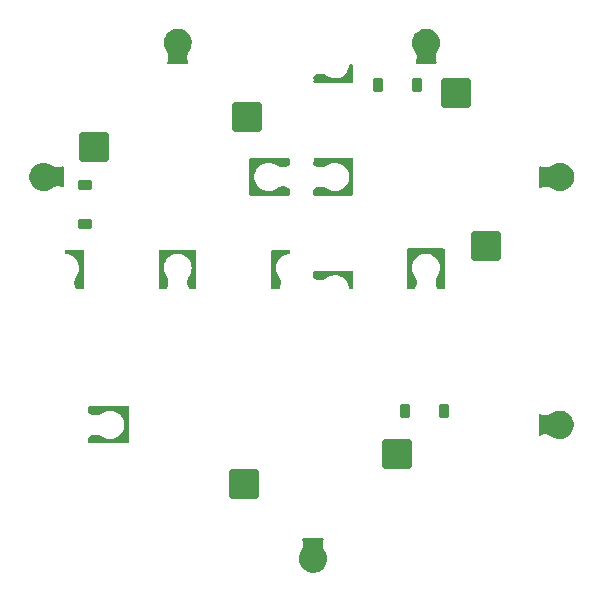
<source format=gbr>
%TF.GenerationSoftware,KiCad,Pcbnew,7.0.7*%
%TF.CreationDate,2023-09-12T19:54:28+10:00*%
%TF.ProjectId,jigsaw,6a696773-6177-42e6-9b69-6361645f7063,rev?*%
%TF.SameCoordinates,Original*%
%TF.FileFunction,Paste,Bot*%
%TF.FilePolarity,Positive*%
%FSLAX46Y46*%
G04 Gerber Fmt 4.6, Leading zero omitted, Abs format (unit mm)*
G04 Created by KiCad (PCBNEW 7.0.7) date 2023-09-12 19:54:28*
%MOMM*%
%LPD*%
G01*
G04 APERTURE LIST*
G04 Aperture macros list*
%AMRoundRect*
0 Rectangle with rounded corners*
0 $1 Rounding radius*
0 $2 $3 $4 $5 $6 $7 $8 $9 X,Y pos of 4 corners*
0 Add a 4 corners polygon primitive as box body*
4,1,4,$2,$3,$4,$5,$6,$7,$8,$9,$2,$3,0*
0 Add four circle primitives for the rounded corners*
1,1,$1+$1,$2,$3*
1,1,$1+$1,$4,$5*
1,1,$1+$1,$6,$7*
1,1,$1+$1,$8,$9*
0 Add four rect primitives between the rounded corners*
20,1,$1+$1,$2,$3,$4,$5,0*
20,1,$1+$1,$4,$5,$6,$7,0*
20,1,$1+$1,$6,$7,$8,$9,0*
20,1,$1+$1,$8,$9,$2,$3,0*%
G04 Aperture macros list end*
%ADD10RoundRect,0.225000X0.375000X-0.225000X0.375000X0.225000X-0.375000X0.225000X-0.375000X-0.225000X0*%
%ADD11RoundRect,0.250000X-1.025000X-1.000000X1.025000X-1.000000X1.025000X1.000000X-1.025000X1.000000X0*%
%ADD12RoundRect,0.225000X-0.225000X-0.375000X0.225000X-0.375000X0.225000X0.375000X-0.225000X0.375000X0*%
%ADD13RoundRect,0.225000X0.225000X0.375000X-0.225000X0.375000X-0.225000X-0.375000X0.225000X-0.375000X0*%
%ADD14RoundRect,0.250000X-1.000000X1.025000X-1.000000X-1.025000X1.000000X-1.025000X1.000000X1.025000X0*%
%ADD15RoundRect,0.250000X1.025000X1.000000X-1.025000X1.000000X-1.025000X-1.000000X1.025000X-1.000000X0*%
G04 APERTURE END LIST*
D10*
%TO.C,D1*%
X120485521Y-51164333D03*
X120485521Y-47864333D03*
%TD*%
D11*
%TO.C,SW1*%
X121211145Y-44594197D03*
X134138145Y-42054197D03*
%TD*%
D12*
%TO.C,D1*%
X148596420Y-39323567D03*
X145296420Y-39323567D03*
%TD*%
D13*
%TO.C,D2*%
X147515753Y-66924634D03*
X150815753Y-66924634D03*
%TD*%
D14*
%TO.C,SW1*%
X154406556Y-52976191D03*
X151866556Y-40049191D03*
%TD*%
D15*
%TO.C,SW2*%
X133934671Y-73175431D03*
X146861671Y-70635431D03*
%TD*%
G36*
X143118023Y-55091396D02*
G01*
X143163778Y-55144200D01*
X143174984Y-55195711D01*
X143174984Y-56535807D01*
X143155299Y-56602846D01*
X143102495Y-56648601D01*
X143050984Y-56659807D01*
X142920450Y-56659807D01*
X142853411Y-56640122D01*
X142807656Y-56587318D01*
X142796939Y-56546808D01*
X142788251Y-56449271D01*
X142732632Y-56245347D01*
X142732629Y-56245341D01*
X142641894Y-56054447D01*
X142641887Y-56054437D01*
X142518884Y-55882559D01*
X142518873Y-55882545D01*
X142367454Y-55735071D01*
X142192385Y-55616641D01*
X142192377Y-55616637D01*
X141999147Y-55530965D01*
X141793826Y-55480746D01*
X141793816Y-55480744D01*
X141582866Y-55467555D01*
X141372890Y-55491810D01*
X141170489Y-55552746D01*
X140982031Y-55648451D01*
X140982020Y-55648457D01*
X140844564Y-55744322D01*
X140822909Y-55756402D01*
X140678011Y-55819153D01*
X140655419Y-55826459D01*
X140500704Y-55860554D01*
X140477133Y-55863421D01*
X140318748Y-55867401D01*
X140295063Y-55865722D01*
X140138823Y-55839439D01*
X140115891Y-55833276D01*
X139967532Y-55777696D01*
X139946197Y-55767275D01*
X139860143Y-55714488D01*
X139813291Y-55662655D01*
X139800980Y-55608790D01*
X139800980Y-55195711D01*
X139820665Y-55128672D01*
X139873469Y-55082917D01*
X139924980Y-55071711D01*
X143050984Y-55071711D01*
X143118023Y-55091396D01*
G37*
G36*
X137763039Y-45566378D02*
G01*
X137808794Y-45619182D01*
X137819999Y-45670182D01*
X137821489Y-46032002D01*
X137802081Y-46099122D01*
X137767281Y-46135008D01*
X137679173Y-46195002D01*
X137658112Y-46206531D01*
X137510579Y-46269582D01*
X137487693Y-46276835D01*
X137330774Y-46310274D01*
X137306917Y-46312981D01*
X137146495Y-46315552D01*
X137122565Y-46313611D01*
X136964656Y-46285220D01*
X136941548Y-46278704D01*
X136792075Y-46220415D01*
X136770640Y-46209557D01*
X136625046Y-46117076D01*
X136427527Y-46017832D01*
X136215091Y-45956739D01*
X135995047Y-45935897D01*
X135995033Y-45935897D01*
X135774919Y-45956013D01*
X135562286Y-46016402D01*
X135364445Y-46114989D01*
X135188190Y-46248393D01*
X135039583Y-46412021D01*
X134923717Y-46600265D01*
X134844578Y-46806650D01*
X134844577Y-46806653D01*
X134804877Y-47024101D01*
X134805983Y-47245127D01*
X134805984Y-47245137D01*
X134847856Y-47462180D01*
X134929058Y-47667765D01*
X135046798Y-47854839D01*
X135197038Y-48016976D01*
X135197043Y-48016980D01*
X135374605Y-48148600D01*
X135374621Y-48148610D01*
X135573426Y-48245207D01*
X135573433Y-48245210D01*
X135786651Y-48303468D01*
X135786649Y-48303468D01*
X136006967Y-48321384D01*
X136226801Y-48298340D01*
X136226815Y-48298337D01*
X136438617Y-48235126D01*
X136635134Y-48133920D01*
X136782145Y-48039730D01*
X136802445Y-48029225D01*
X136949827Y-47969464D01*
X136973141Y-47962582D01*
X137128630Y-47932860D01*
X137152839Y-47930658D01*
X137311142Y-47931843D01*
X137335315Y-47934407D01*
X137490343Y-47966453D01*
X137513552Y-47973684D01*
X137659343Y-48035356D01*
X137680697Y-48046977D01*
X137767425Y-48105875D01*
X137811826Y-48159822D01*
X137821761Y-48208456D01*
X137821761Y-48597701D01*
X137802076Y-48664740D01*
X137749272Y-48710495D01*
X137697761Y-48721701D01*
X134472497Y-48721701D01*
X134405458Y-48702016D01*
X134359703Y-48649212D01*
X134348497Y-48597701D01*
X134348497Y-45670693D01*
X134368182Y-45603654D01*
X134420986Y-45557899D01*
X134472497Y-45546693D01*
X137696000Y-45546693D01*
X137763039Y-45566378D01*
G37*
G36*
X149447993Y-34594748D02*
G01*
X149642745Y-34630304D01*
X149664870Y-34636508D01*
X149849711Y-34707386D01*
X149870312Y-34717566D01*
X150038899Y-34821332D01*
X150057269Y-34835139D01*
X150203818Y-34968235D01*
X150219323Y-34985193D01*
X150338796Y-35143042D01*
X150350907Y-35162572D01*
X150439199Y-35339751D01*
X150447498Y-35361178D01*
X150501585Y-35551618D01*
X150505788Y-35574210D01*
X150523805Y-35771351D01*
X150523767Y-35794330D01*
X150505100Y-35991409D01*
X150500823Y-36013987D01*
X150446108Y-36204246D01*
X150437738Y-36225647D01*
X150345076Y-36410067D01*
X150342014Y-36415469D01*
X150244747Y-36568651D01*
X150177692Y-36740602D01*
X150145030Y-36922250D01*
X150147984Y-37106780D01*
X150147984Y-37106781D01*
X150186445Y-37287293D01*
X150223003Y-37372839D01*
X150231246Y-37442221D01*
X150200670Y-37505045D01*
X150140982Y-37541366D01*
X150108978Y-37545567D01*
X148570852Y-37545567D01*
X148503813Y-37525882D01*
X148458058Y-37473078D01*
X148448114Y-37403920D01*
X148456650Y-37373257D01*
X148491824Y-37290107D01*
X148528813Y-37111160D01*
X148530181Y-36928430D01*
X148495874Y-36748954D01*
X148495873Y-36748947D01*
X148427212Y-36579614D01*
X148328778Y-36429886D01*
X148325234Y-36423762D01*
X148230590Y-36236276D01*
X148222464Y-36215858D01*
X148165704Y-36025673D01*
X148161201Y-36003139D01*
X148140562Y-35806255D01*
X148140294Y-35783277D01*
X148156338Y-35585965D01*
X148160314Y-35563333D01*
X148212491Y-35372364D01*
X148220576Y-35350853D01*
X148307094Y-35172796D01*
X148319008Y-35153148D01*
X148436894Y-34994112D01*
X148452230Y-34976998D01*
X148597440Y-34842443D01*
X148615670Y-34828454D01*
X148783210Y-34723005D01*
X148803709Y-34712619D01*
X148987831Y-34639896D01*
X149009893Y-34633471D01*
X149204278Y-34595968D01*
X149227147Y-34593725D01*
X149425101Y-34592734D01*
X149447993Y-34594748D01*
G37*
G36*
X124142334Y-66547443D02*
G01*
X124188089Y-66600247D01*
X124199295Y-66651758D01*
X124199295Y-69578766D01*
X124179610Y-69645805D01*
X124126806Y-69691560D01*
X124075295Y-69702766D01*
X120874849Y-69702766D01*
X120807810Y-69683081D01*
X120762055Y-69630277D01*
X120750849Y-69578800D01*
X120750756Y-69237672D01*
X120770422Y-69170627D01*
X120804879Y-69135202D01*
X120892652Y-69075327D01*
X120913501Y-69063867D01*
X121060319Y-69000667D01*
X121082974Y-68993400D01*
X121239153Y-68959405D01*
X121262779Y-68956598D01*
X121422586Y-68953057D01*
X121446313Y-68954815D01*
X121603842Y-68981858D01*
X121626797Y-68988114D01*
X121776250Y-69044741D01*
X121797620Y-69055287D01*
X121943637Y-69145750D01*
X122141544Y-69245291D01*
X122141553Y-69245294D01*
X122354398Y-69306697D01*
X122354396Y-69306697D01*
X122574920Y-69327864D01*
X122795569Y-69308070D01*
X122795571Y-69308069D01*
X123008801Y-69247990D01*
X123008805Y-69247989D01*
X123207325Y-69149681D01*
X123207329Y-69149678D01*
X123384364Y-69016495D01*
X123533850Y-68853000D01*
X123650676Y-68664779D01*
X123730858Y-68458256D01*
X123771642Y-68240515D01*
X123771643Y-68240511D01*
X123771642Y-68018973D01*
X123730857Y-67801234D01*
X123730856Y-67801229D01*
X123650677Y-67594714D01*
X123650674Y-67594709D01*
X123533847Y-67406489D01*
X123384356Y-67242988D01*
X123207331Y-67109814D01*
X123207321Y-67109807D01*
X123008807Y-67011502D01*
X123008800Y-67011500D01*
X122795572Y-66951422D01*
X122795559Y-66951420D01*
X122574916Y-66931627D01*
X122354391Y-66952795D01*
X122141550Y-67014197D01*
X122141543Y-67014199D01*
X121943637Y-67113750D01*
X121943631Y-67113754D01*
X121806229Y-67213764D01*
X121782392Y-67227359D01*
X121636878Y-67290159D01*
X121614304Y-67297431D01*
X121457638Y-67331787D01*
X121434095Y-67334628D01*
X121273766Y-67338531D01*
X121250111Y-67336839D01*
X121091960Y-67310146D01*
X121069060Y-67303981D01*
X120918893Y-67247672D01*
X120897569Y-67237250D01*
X120810107Y-67183572D01*
X120763266Y-67131728D01*
X120750969Y-67077479D01*
X120752376Y-66651349D01*
X120772281Y-66584374D01*
X120825236Y-66538794D01*
X120876375Y-66527758D01*
X124075295Y-66527758D01*
X124142334Y-66547443D01*
G37*
G36*
X116956284Y-45936985D02*
G01*
X117153363Y-45955652D01*
X117175941Y-45959929D01*
X117366200Y-46014644D01*
X117387601Y-46023014D01*
X117572021Y-46115676D01*
X117577423Y-46118738D01*
X117730603Y-46216004D01*
X117730604Y-46216005D01*
X117902556Y-46283060D01*
X118084204Y-46315721D01*
X118268734Y-46312768D01*
X118268735Y-46312768D01*
X118449247Y-46274307D01*
X118534793Y-46237750D01*
X118604175Y-46229507D01*
X118666999Y-46260083D01*
X118703320Y-46319771D01*
X118707521Y-46351775D01*
X118707521Y-47889901D01*
X118687836Y-47956940D01*
X118635032Y-48002695D01*
X118565874Y-48012639D01*
X118535211Y-48004103D01*
X118452061Y-47968928D01*
X118273114Y-47931939D01*
X118090383Y-47930571D01*
X117910908Y-47964878D01*
X117910901Y-47964879D01*
X117741566Y-48033541D01*
X117591840Y-48131975D01*
X117585716Y-48135518D01*
X117398230Y-48230162D01*
X117377812Y-48238288D01*
X117187627Y-48295048D01*
X117165093Y-48299551D01*
X116968209Y-48320190D01*
X116945231Y-48320458D01*
X116747919Y-48304414D01*
X116725287Y-48300438D01*
X116534318Y-48248261D01*
X116512807Y-48240176D01*
X116334750Y-48153658D01*
X116315102Y-48141744D01*
X116156066Y-48023858D01*
X116138952Y-48008522D01*
X116004397Y-47863312D01*
X115990408Y-47845082D01*
X115884959Y-47677542D01*
X115874573Y-47657043D01*
X115801850Y-47472921D01*
X115795425Y-47450859D01*
X115757922Y-47256474D01*
X115755679Y-47233605D01*
X115754688Y-47035651D01*
X115756702Y-47012759D01*
X115792258Y-46818007D01*
X115798462Y-46795882D01*
X115869340Y-46611041D01*
X115879520Y-46590440D01*
X115983286Y-46421853D01*
X115997093Y-46403483D01*
X116130189Y-46256934D01*
X116147147Y-46241429D01*
X116304996Y-46121956D01*
X116324526Y-46109845D01*
X116501705Y-46021553D01*
X116523132Y-46013254D01*
X116713572Y-45959167D01*
X116736164Y-45954964D01*
X116933305Y-45936947D01*
X116956284Y-45936985D01*
G37*
G36*
X128418535Y-34594714D02*
G01*
X128613286Y-34630269D01*
X128635412Y-34636473D01*
X128820251Y-34707350D01*
X128840853Y-34717530D01*
X129009445Y-34821300D01*
X129027814Y-34835107D01*
X129174361Y-34968201D01*
X129189866Y-34985159D01*
X129309339Y-35143008D01*
X129321450Y-35162538D01*
X129409742Y-35339717D01*
X129418042Y-35361145D01*
X129472129Y-35551586D01*
X129476331Y-35574177D01*
X129494348Y-35771317D01*
X129494310Y-35794296D01*
X129475642Y-35991377D01*
X129471365Y-36013955D01*
X129416652Y-36204209D01*
X129408282Y-36225610D01*
X129315617Y-36410034D01*
X129312555Y-36415436D01*
X129215289Y-36568616D01*
X129148235Y-36740567D01*
X129115574Y-36922208D01*
X129115574Y-36922213D01*
X129118528Y-37106745D01*
X129156991Y-37287260D01*
X129207138Y-37404606D01*
X129215381Y-37473987D01*
X129184804Y-37536812D01*
X129125117Y-37573132D01*
X129093113Y-37577333D01*
X127527940Y-37577333D01*
X127460901Y-37557648D01*
X127415146Y-37504844D01*
X127405202Y-37435686D01*
X127413738Y-37405023D01*
X127462364Y-37290073D01*
X127499353Y-37111126D01*
X127500721Y-36928397D01*
X127466414Y-36748918D01*
X127397751Y-36579581D01*
X127299317Y-36429850D01*
X127295774Y-36423727D01*
X127201130Y-36236241D01*
X127193004Y-36215822D01*
X127136245Y-36025639D01*
X127131742Y-36003106D01*
X127111103Y-35806220D01*
X127110835Y-35783242D01*
X127126879Y-35585930D01*
X127130855Y-35563298D01*
X127183033Y-35372328D01*
X127191118Y-35350818D01*
X127277633Y-35172764D01*
X127289547Y-35153115D01*
X127407437Y-34994074D01*
X127422774Y-34976960D01*
X127567980Y-34842410D01*
X127586209Y-34828421D01*
X127753752Y-34722970D01*
X127774251Y-34712584D01*
X127958373Y-34639861D01*
X127980435Y-34633436D01*
X128174821Y-34595934D01*
X128197690Y-34593691D01*
X128395644Y-34592700D01*
X128418535Y-34594714D01*
G37*
G36*
X140598311Y-77707607D02*
G01*
X140644066Y-77760411D01*
X140654010Y-77829569D01*
X140647376Y-77855464D01*
X140603276Y-77973055D01*
X140572614Y-78154692D01*
X140572614Y-78154693D01*
X140577093Y-78338833D01*
X140577094Y-78338845D01*
X140616550Y-78518774D01*
X140616550Y-78518775D01*
X140689540Y-78687900D01*
X140689541Y-78687903D01*
X140791497Y-78837257D01*
X140794978Y-78843001D01*
X140891071Y-79022863D01*
X140900842Y-79046924D01*
X140955435Y-79236164D01*
X140959727Y-79258687D01*
X140978695Y-79456291D01*
X140978766Y-79479219D01*
X140961029Y-79676929D01*
X140956878Y-79699478D01*
X140903043Y-79890547D01*
X140894812Y-79911945D01*
X140806719Y-80089839D01*
X140794687Y-80109358D01*
X140675351Y-80267985D01*
X140659934Y-80284953D01*
X140513430Y-80418903D01*
X140495150Y-80432744D01*
X140326493Y-80537428D01*
X140305978Y-80547667D01*
X140120925Y-80619512D01*
X140098877Y-80625798D01*
X139903766Y-80662346D01*
X139880936Y-80664466D01*
X139682426Y-80664466D01*
X139659596Y-80662346D01*
X139464484Y-80625798D01*
X139442436Y-80619512D01*
X139257383Y-80547667D01*
X139236868Y-80537428D01*
X139068211Y-80432744D01*
X139049931Y-80418903D01*
X138903427Y-80284953D01*
X138888010Y-80267985D01*
X138768674Y-80109358D01*
X138756642Y-80089839D01*
X138668549Y-79911945D01*
X138660318Y-79890547D01*
X138606483Y-79699478D01*
X138602332Y-79676929D01*
X138584595Y-79479219D01*
X138584666Y-79456291D01*
X138603634Y-79258687D01*
X138607926Y-79236165D01*
X138662947Y-79045441D01*
X138671311Y-79024094D01*
X138764448Y-78838919D01*
X138767125Y-78834136D01*
X138862407Y-78680248D01*
X138927516Y-78508435D01*
X138958611Y-78327350D01*
X138954546Y-78143658D01*
X138915473Y-77964123D01*
X138871063Y-77860947D01*
X138862639Y-77791587D01*
X138893051Y-77728683D01*
X138952643Y-77692207D01*
X138984960Y-77687922D01*
X140531272Y-77687922D01*
X140598311Y-77707607D01*
G37*
G36*
X160874821Y-45964924D02*
G01*
X160897454Y-45968900D01*
X161088424Y-46021078D01*
X161109934Y-46029163D01*
X161287988Y-46115678D01*
X161307637Y-46127592D01*
X161466678Y-46245482D01*
X161483791Y-46260818D01*
X161618342Y-46406023D01*
X161632332Y-46424253D01*
X161737782Y-46591795D01*
X161748168Y-46612294D01*
X161820892Y-46796419D01*
X161827317Y-46818481D01*
X161864819Y-47012865D01*
X161867062Y-47035734D01*
X161868053Y-47233689D01*
X161866039Y-47256580D01*
X161830484Y-47451330D01*
X161824280Y-47473456D01*
X161753403Y-47658295D01*
X161743223Y-47678896D01*
X161639451Y-47847492D01*
X161625644Y-47865861D01*
X161492556Y-48012402D01*
X161475597Y-48027909D01*
X161317743Y-48147384D01*
X161298215Y-48159494D01*
X161121034Y-48247788D01*
X161099606Y-48256087D01*
X160909171Y-48310173D01*
X160886578Y-48314376D01*
X160689435Y-48332393D01*
X160666457Y-48332355D01*
X160469376Y-48313687D01*
X160446798Y-48309410D01*
X160256540Y-48254695D01*
X160235140Y-48246325D01*
X160050719Y-48153664D01*
X160045316Y-48150602D01*
X159892134Y-48053332D01*
X159720183Y-47986277D01*
X159538536Y-47953616D01*
X159354004Y-47956569D01*
X159173490Y-47995031D01*
X159056147Y-48045176D01*
X158986765Y-48053419D01*
X158923941Y-48022842D01*
X158887621Y-47963154D01*
X158883420Y-47931151D01*
X158883420Y-46365988D01*
X158903105Y-46298949D01*
X158955909Y-46253194D01*
X159025067Y-46243250D01*
X159055730Y-46251786D01*
X159170682Y-46300413D01*
X159349626Y-46337402D01*
X159532358Y-46338771D01*
X159711841Y-46304463D01*
X159881171Y-46235802D01*
X159881173Y-46235801D01*
X160030896Y-46137366D01*
X160037022Y-46133822D01*
X160224510Y-46039177D01*
X160244928Y-46031051D01*
X160435114Y-45974290D01*
X160457649Y-45969787D01*
X160654533Y-45949149D01*
X160677509Y-45948881D01*
X160874821Y-45964924D01*
G37*
G36*
X137764800Y-53305454D02*
G01*
X137810555Y-53358258D01*
X137821761Y-53409769D01*
X137821761Y-53540303D01*
X137802076Y-53607342D01*
X137749272Y-53653097D01*
X137708763Y-53663814D01*
X137611226Y-53672502D01*
X137407303Y-53728121D01*
X137407302Y-53728122D01*
X137216402Y-53818863D01*
X137216393Y-53818868D01*
X137044512Y-53941876D01*
X137044509Y-53941878D01*
X136897033Y-54093298D01*
X136778604Y-54268368D01*
X136778600Y-54268376D01*
X136692930Y-54461603D01*
X136692927Y-54461612D01*
X136642712Y-54666916D01*
X136642709Y-54666935D01*
X136629521Y-54877882D01*
X136653776Y-55087861D01*
X136714710Y-55290250D01*
X136714711Y-55290253D01*
X136810408Y-55478726D01*
X136906274Y-55616186D01*
X136918354Y-55637841D01*
X136981106Y-55782741D01*
X136988412Y-55805333D01*
X137022507Y-55960049D01*
X137025374Y-55983620D01*
X137029354Y-56142007D01*
X137027675Y-56165691D01*
X137001394Y-56321930D01*
X136995231Y-56344861D01*
X136939653Y-56493220D01*
X136929231Y-56514559D01*
X136876443Y-56600612D01*
X136824610Y-56647463D01*
X136770746Y-56659773D01*
X136357665Y-56659773D01*
X136290626Y-56640088D01*
X136244871Y-56587284D01*
X136233665Y-56535773D01*
X136233665Y-53409769D01*
X136253350Y-53342730D01*
X136306154Y-53296975D01*
X136357665Y-53285769D01*
X137697761Y-53285769D01*
X137764800Y-53305454D01*
G37*
G36*
X160860078Y-66935913D02*
G01*
X160882627Y-66940064D01*
X161073696Y-66993899D01*
X161095094Y-67002130D01*
X161272988Y-67090223D01*
X161292507Y-67102255D01*
X161451134Y-67221591D01*
X161468102Y-67237008D01*
X161602052Y-67383512D01*
X161615893Y-67401792D01*
X161720577Y-67570449D01*
X161730816Y-67590964D01*
X161802661Y-67776017D01*
X161808947Y-67798065D01*
X161845495Y-67993177D01*
X161847615Y-68016007D01*
X161847615Y-68214516D01*
X161845495Y-68237346D01*
X161808947Y-68432458D01*
X161802661Y-68454506D01*
X161730816Y-68639559D01*
X161720577Y-68660074D01*
X161615893Y-68828731D01*
X161602052Y-68847011D01*
X161468102Y-68993515D01*
X161451134Y-69008932D01*
X161292507Y-69128268D01*
X161272988Y-69140300D01*
X161095094Y-69228393D01*
X161073696Y-69236624D01*
X160882627Y-69290459D01*
X160860078Y-69294610D01*
X160662368Y-69312347D01*
X160639440Y-69312276D01*
X160441836Y-69293308D01*
X160419314Y-69289016D01*
X160228590Y-69233995D01*
X160207243Y-69225631D01*
X160022068Y-69132494D01*
X160017285Y-69129817D01*
X159863397Y-69034534D01*
X159691583Y-68969425D01*
X159691585Y-68969425D01*
X159510495Y-68938330D01*
X159326805Y-68942394D01*
X159147270Y-68981466D01*
X159039438Y-69027881D01*
X158970078Y-69036305D01*
X158907174Y-69005893D01*
X158870698Y-68946300D01*
X158866413Y-68913984D01*
X158866413Y-67363921D01*
X158886098Y-67296882D01*
X158938902Y-67251127D01*
X159008060Y-67241183D01*
X159033955Y-67247817D01*
X159156205Y-67293664D01*
X159337842Y-67324326D01*
X159337843Y-67324326D01*
X159521985Y-67319847D01*
X159521991Y-67319846D01*
X159701922Y-67280389D01*
X159871050Y-67207398D01*
X160020412Y-67105440D01*
X160026156Y-67101960D01*
X160206009Y-67005871D01*
X160230071Y-66996099D01*
X160419314Y-66941506D01*
X160441836Y-66937215D01*
X160639440Y-66918247D01*
X160662368Y-66918176D01*
X160860078Y-66935913D01*
G37*
G36*
X143118023Y-45566372D02*
G01*
X143163778Y-45619176D01*
X143174984Y-45670687D01*
X143174984Y-48597695D01*
X143155299Y-48664734D01*
X143102495Y-48710489D01*
X143050984Y-48721695D01*
X139924980Y-48721695D01*
X139857941Y-48702010D01*
X139812186Y-48649206D01*
X139800980Y-48597695D01*
X139800980Y-48237015D01*
X139820665Y-48169976D01*
X139855195Y-48134516D01*
X139943570Y-48074347D01*
X139964629Y-48062821D01*
X140112159Y-47999778D01*
X140135045Y-47992525D01*
X140291965Y-47959091D01*
X140315820Y-47956385D01*
X140476236Y-47953817D01*
X140500166Y-47955758D01*
X140658077Y-47984152D01*
X140681182Y-47990668D01*
X140830658Y-48048956D01*
X140852075Y-48059802D01*
X140997694Y-48152263D01*
X140997706Y-48152270D01*
X141191220Y-48251506D01*
X141191224Y-48251507D01*
X141403658Y-48312599D01*
X141623715Y-48333444D01*
X141843837Y-48313327D01*
X142056469Y-48252939D01*
X142056472Y-48252937D01*
X142254312Y-48154351D01*
X142254316Y-48154349D01*
X142430564Y-48020950D01*
X142579174Y-47857319D01*
X142695036Y-47669080D01*
X142774181Y-47462686D01*
X142813879Y-47245240D01*
X142813880Y-47245237D01*
X142812775Y-47024211D01*
X142812775Y-47024203D01*
X142770901Y-46807160D01*
X142770900Y-46807156D01*
X142689698Y-46601569D01*
X142571961Y-46414503D01*
X142571960Y-46414502D01*
X142421718Y-46252362D01*
X142244149Y-46120736D01*
X142244137Y-46120730D01*
X142045329Y-46024130D01*
X142045322Y-46024127D01*
X141832104Y-45965869D01*
X141832106Y-45965869D01*
X141611788Y-45947953D01*
X141391952Y-45970999D01*
X141391935Y-45971002D01*
X141180138Y-46034212D01*
X140983622Y-46135417D01*
X140983616Y-46135420D01*
X140841140Y-46229088D01*
X140819617Y-46240387D01*
X140672910Y-46299874D01*
X140649595Y-46306756D01*
X140494111Y-46336475D01*
X140469903Y-46338677D01*
X140311600Y-46337492D01*
X140287426Y-46334928D01*
X140132399Y-46302881D01*
X140109191Y-46295650D01*
X139963397Y-46233976D01*
X139942046Y-46222357D01*
X139856203Y-46164064D01*
X139811801Y-46110118D01*
X139801875Y-46059817D01*
X139807119Y-45669023D01*
X139827701Y-45602254D01*
X139881115Y-45557212D01*
X139931108Y-45546687D01*
X143050984Y-45546687D01*
X143118023Y-45566372D01*
G37*
G36*
X129826688Y-53305454D02*
G01*
X129872443Y-53358258D01*
X129883649Y-53409769D01*
X129883649Y-56535773D01*
X129863964Y-56602812D01*
X129811160Y-56648567D01*
X129759649Y-56659773D01*
X129398969Y-56659773D01*
X129331930Y-56640088D01*
X129296470Y-56605558D01*
X129236300Y-56517182D01*
X129224774Y-56496123D01*
X129161731Y-56348593D01*
X129154478Y-56325707D01*
X129121044Y-56168788D01*
X129118338Y-56144932D01*
X129115771Y-55984516D01*
X129117712Y-55960588D01*
X129146106Y-55802675D01*
X129152623Y-55779567D01*
X129210911Y-55630098D01*
X129221755Y-55608684D01*
X129314218Y-55463057D01*
X129413460Y-55269530D01*
X129413461Y-55269526D01*
X129474552Y-55057092D01*
X129495397Y-54837040D01*
X129495397Y-54837029D01*
X129475279Y-54616913D01*
X129414890Y-54404278D01*
X129414887Y-54404271D01*
X129316304Y-54206441D01*
X129316299Y-54206433D01*
X129182900Y-54030184D01*
X129019272Y-53881577D01*
X128831024Y-53765709D01*
X128624637Y-53686569D01*
X128624633Y-53686568D01*
X128407187Y-53646870D01*
X128407185Y-53646869D01*
X128186158Y-53647975D01*
X128186148Y-53647976D01*
X127969105Y-53689849D01*
X127969101Y-53689850D01*
X127763516Y-53771051D01*
X127576442Y-53888793D01*
X127576440Y-53888795D01*
X127414311Y-54039029D01*
X127414302Y-54039040D01*
X127282684Y-54216600D01*
X127282674Y-54216617D01*
X127186075Y-54415424D01*
X127186071Y-54415434D01*
X127127815Y-54628646D01*
X127127812Y-54628662D01*
X127109899Y-54848967D01*
X127132943Y-55068803D01*
X127132946Y-55068817D01*
X127196157Y-55280616D01*
X127297373Y-55477132D01*
X127391045Y-55619615D01*
X127402344Y-55641140D01*
X127461827Y-55787841D01*
X127468709Y-55811154D01*
X127498431Y-55966642D01*
X127500633Y-55990851D01*
X127499448Y-56149154D01*
X127496884Y-56173327D01*
X127464839Y-56328353D01*
X127457608Y-56351562D01*
X127395934Y-56497355D01*
X127384314Y-56518708D01*
X127325418Y-56605436D01*
X127271471Y-56649837D01*
X127222836Y-56659773D01*
X126832641Y-56659773D01*
X126765602Y-56640088D01*
X126719847Y-56587284D01*
X126708641Y-56535773D01*
X126708641Y-53409769D01*
X126728326Y-53342730D01*
X126781130Y-53296975D01*
X126832641Y-53285769D01*
X129759649Y-53285769D01*
X129826688Y-53305454D01*
G37*
G36*
X150857099Y-53206228D02*
G01*
X150902854Y-53259032D01*
X150914060Y-53310543D01*
X150914060Y-56534041D01*
X150894375Y-56601080D01*
X150841571Y-56646835D01*
X150790572Y-56658040D01*
X150428745Y-56659534D01*
X150361625Y-56640126D01*
X150325743Y-56605333D01*
X150265740Y-56517225D01*
X150254209Y-56496162D01*
X150191149Y-56348627D01*
X150183894Y-56325739D01*
X150150452Y-56168824D01*
X150147744Y-56144966D01*
X150145171Y-55984542D01*
X150147112Y-55960608D01*
X150175507Y-55802692D01*
X150182025Y-55779582D01*
X150240316Y-55630118D01*
X150251179Y-55608675D01*
X150343677Y-55463090D01*
X150343678Y-55463087D01*
X150442921Y-55265571D01*
X150504012Y-55053145D01*
X150504014Y-55053134D01*
X150524858Y-54833085D01*
X150524858Y-54833075D01*
X150504741Y-54612957D01*
X150444352Y-54400322D01*
X150444349Y-54400315D01*
X150345762Y-54202480D01*
X150345757Y-54202471D01*
X150212360Y-54026226D01*
X150048732Y-53877618D01*
X149860489Y-53761753D01*
X149860491Y-53761753D01*
X149654092Y-53682608D01*
X149436646Y-53642910D01*
X149436643Y-53642909D01*
X149215615Y-53644015D01*
X149215605Y-53644016D01*
X148998562Y-53685889D01*
X148998558Y-53685890D01*
X148792974Y-53767091D01*
X148792964Y-53767096D01*
X148605898Y-53884835D01*
X148443766Y-54035071D01*
X148443762Y-54035075D01*
X148312134Y-54212650D01*
X148312129Y-54212660D01*
X148215529Y-54411468D01*
X148157267Y-54624705D01*
X148139354Y-54845013D01*
X148162400Y-55064850D01*
X148162402Y-55064863D01*
X148225614Y-55276665D01*
X148326837Y-55473189D01*
X148421020Y-55620187D01*
X148431524Y-55640486D01*
X148491288Y-55787874D01*
X148498171Y-55811190D01*
X148527891Y-55966675D01*
X148530093Y-55990883D01*
X148528908Y-56149186D01*
X148526344Y-56173360D01*
X148494298Y-56328385D01*
X148487067Y-56351594D01*
X148425391Y-56497388D01*
X148413773Y-56518738D01*
X148354878Y-56605468D01*
X148300931Y-56649870D01*
X148252294Y-56659807D01*
X147863052Y-56659807D01*
X147796013Y-56640122D01*
X147750258Y-56587318D01*
X147739052Y-56535807D01*
X147739052Y-53310543D01*
X147758737Y-53243504D01*
X147811541Y-53197749D01*
X147863052Y-53186543D01*
X150790060Y-53186543D01*
X150857099Y-53206228D01*
G37*
G36*
X143118023Y-37629252D02*
G01*
X143163778Y-37682056D01*
X143174984Y-37733567D01*
X143174984Y-39072671D01*
X143155299Y-39139710D01*
X143102495Y-39185465D01*
X143050984Y-39196671D01*
X139927999Y-39196671D01*
X139860960Y-39176986D01*
X139815205Y-39124182D01*
X139804596Y-39060517D01*
X139816969Y-38934883D01*
X139816970Y-38934872D01*
X139804383Y-38664340D01*
X139820931Y-38596458D01*
X139863413Y-38552878D01*
X139946195Y-38502099D01*
X139967530Y-38491679D01*
X140115893Y-38436098D01*
X140138824Y-38429935D01*
X140295062Y-38403653D01*
X140318747Y-38401974D01*
X140477129Y-38405954D01*
X140500699Y-38408820D01*
X140655422Y-38442916D01*
X140678015Y-38450223D01*
X140823399Y-38513184D01*
X140844185Y-38524663D01*
X140984740Y-38620918D01*
X141172459Y-38717413D01*
X141374773Y-38777951D01*
X141374772Y-38777951D01*
X141584597Y-38801862D01*
X141795350Y-38788397D01*
X142000421Y-38737976D01*
X142000427Y-38737974D01*
X142193388Y-38652180D01*
X142193391Y-38652178D01*
X142368201Y-38533697D01*
X142368207Y-38533692D01*
X142519373Y-38386249D01*
X142519376Y-38386245D01*
X142642186Y-38214434D01*
X142732763Y-38023676D01*
X142732768Y-38023665D01*
X142788286Y-37819915D01*
X142796948Y-37722577D01*
X142822497Y-37657546D01*
X142879148Y-37616651D01*
X142920460Y-37609567D01*
X143050984Y-37609567D01*
X143118023Y-37629252D01*
G37*
G36*
X120301664Y-53305454D02*
G01*
X120347419Y-53358258D01*
X120358625Y-53409769D01*
X120358625Y-56535773D01*
X120338940Y-56602812D01*
X120286136Y-56648567D01*
X120234625Y-56659773D01*
X119822538Y-56659773D01*
X119755499Y-56640088D01*
X119716839Y-56600609D01*
X119664053Y-56514555D01*
X119653633Y-56493220D01*
X119598053Y-56344859D01*
X119591890Y-56321928D01*
X119565608Y-56165689D01*
X119563929Y-56142005D01*
X119567908Y-55983620D01*
X119570775Y-55960048D01*
X119604870Y-55805333D01*
X119612176Y-55782741D01*
X119675139Y-55637353D01*
X119686618Y-55616568D01*
X119782874Y-55476010D01*
X119782878Y-55476004D01*
X119879366Y-55288296D01*
X119939905Y-55085979D01*
X119963817Y-54876155D01*
X119950351Y-54665402D01*
X119899930Y-54460331D01*
X119899928Y-54460325D01*
X119814134Y-54267364D01*
X119814132Y-54267361D01*
X119695651Y-54092551D01*
X119695646Y-54092545D01*
X119548203Y-53941379D01*
X119548199Y-53941376D01*
X119376388Y-53818566D01*
X119185630Y-53727989D01*
X119185619Y-53727984D01*
X118981869Y-53672466D01*
X118884531Y-53663805D01*
X118819500Y-53638256D01*
X118778605Y-53581605D01*
X118771521Y-53540293D01*
X118771521Y-53409769D01*
X118791206Y-53342730D01*
X118844010Y-53296975D01*
X118895521Y-53285769D01*
X120234625Y-53285769D01*
X120301664Y-53305454D01*
G37*
M02*

</source>
